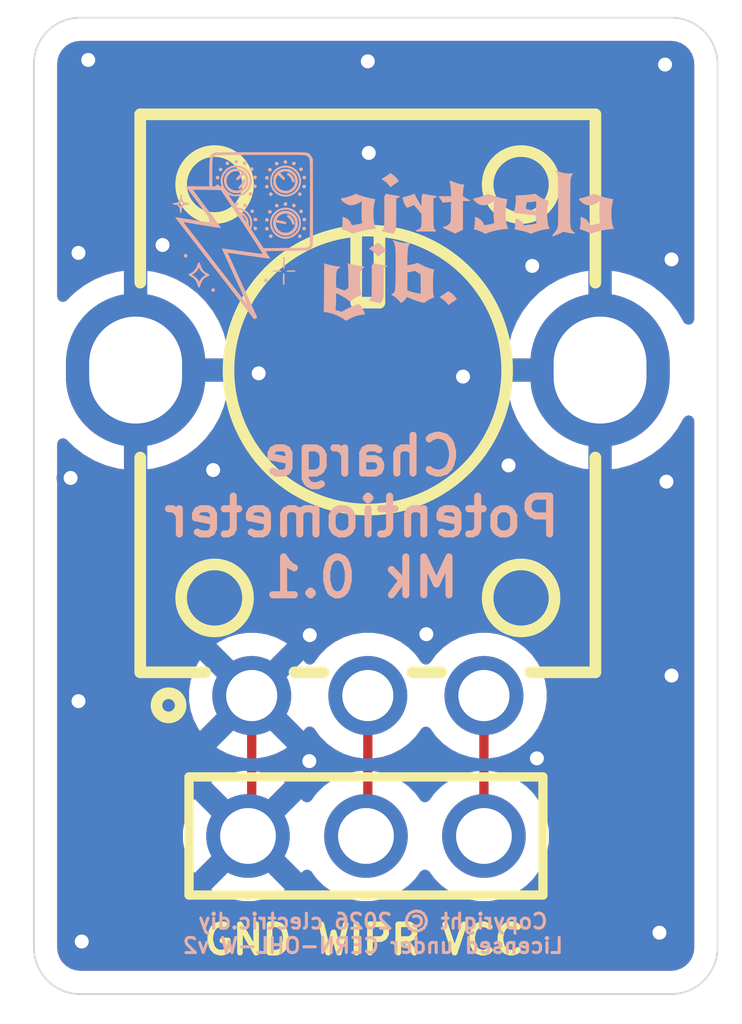
<source format=kicad_pcb>
(kicad_pcb (version 20241229) (generator "pcbnew") (generator_version "9.0")
  (title_block (title "Charge Potentiometer") (date "2026-02-20") (rev "Mk 0.1") (company "clectric.diy") (comment 1 "Copyright © 2026 clectric.diy Licensed under CERN-OHL-W v2") (comment 2 "Charles H. Leggett"))
  (layers (0 "F.Cu" signal "Front") (2 "B.Cu" signal "Back") (13 "F.Paste" user) (15 "B.Paste" user) (5 "F.SilkS" user "F.Silkscreen") (7 "B.SilkS" user "B.Silkscreen") (1 "F.Mask" user) (3 "B.Mask" user) (25 "Edge.Cuts" user))
  (net 0 "")
  (net 1 "VCC+CW")
  (net 2 "WIPER")
  (net 3 "GND+CCW")
  (footprint "clectric-diy:RES-TH_RK09K113004U" (layer "F.Cu") (at 119.42 101.43)
    (property "Reference" "R1" (hide yes))
    (property "Value" "RK09KXXXXXXX" (hide yes))
    (pad "1" thru_hole circle (at -2.5 3.5) (size 1.7 1.7) (drill 1.100023) (layers "*.Cu" "*.Mask") (net 3 "GND+CCW"))
    (pad "2" thru_hole circle (at 0 3.5) (size 1.7 1.7) (drill 1.100023) (layers "*.Cu" "*.Mask") (net 2 "WIPER"))
    (pad "3" thru_hole circle (at 2.5 3.5) (size 1.7 1.7) (drill 1.100023) (layers "*.Cu" "*.Mask") (net 1 "VCC+CW"))
    (pad "4" thru_hole oval (at 5 -3.5) (size 3 3.3) (drill oval 1.999996 2.300021) (layers "*.Cu" "*.Mask") (net 3 "GND+CCW"))
    (pad "5" thru_hole oval (at -5 -3.5) (size 3 3.3) (drill oval 1.999996 2.300021) (layers "*.Cu" "*.Mask") (net 3 "GND+CCW"))
  )
  (footprint "clectric-diy:HDR-TH_3P-P2.54-V-M-1" (layer "F.Cu") (at 119.38 107.95)
    (property "Reference" "J1" (hide yes))
    (property "Value" "Conn_01x03_Pin" (hide yes))
    (pad "1" thru_hole circle (at -2.54 0) (size 1.8 1.8) (drill 1.199998) (layers "*.Cu" "*.Mask") (net 3 "GND+CCW"))
    (pad "2" thru_hole circle (at 0 0) (size 1.8 1.8) (drill 1.199998) (layers "*.Cu" "*.Mask") (net 2 "WIPER"))
    (pad "3" thru_hole circle (at 2.54 0) (size 1.8 1.8) (drill 1.199998) (layers "*.Cu" "*.Mask") (net 1 "VCC+CW"))
  )
  (footprint "LOGO" (layer "B.Cu") (at 120 95 180)
    (property "Reference" "G***" (hide yes))
    (property "Value" "LOGO" (hide yes))
  )
  (gr_arc (start 112.23 91.35) (mid 112.522893 90.642893) (end 113.23 90.35) (stroke (width 0.0381)) (layer "Edge.Cuts"))
  (gr_line (start 125.95 111.35) (end 113.23 111.35) (stroke (width 0.0381)) (layer "Edge.Cuts"))
  (gr_arc (start 126.95 110.35) (mid 126.657107 111.057107) (end 125.95 111.35) (stroke (width 0.0381)) (layer "Edge.Cuts"))
  (gr_line (start 126.95 91.35) (end 126.95 110.35) (stroke (width 0.0381)) (layer "Edge.Cuts"))
  (gr_arc (start 125.95 90.35) (mid 126.657107 90.642893) (end 126.95 91.35) (stroke (width 0.0381)) (layer "Edge.Cuts"))
  (gr_line (start 112.23 110.35) (end 112.23 91.35) (stroke (width 0.0381)) (layer "Edge.Cuts"))
  (gr_arc (start 113.23 111.35) (mid 112.522893 111.057107) (end 112.23 110.35) (stroke (width 0.0381)) (layer "Edge.Cuts"))
  (gr_line (start 113.23 90.35) (end 125.95 90.35) (stroke (width 0.0381)) (layer "Edge.Cuts"))
  (gr_text "VCC" (at 122.85 110.54 0) (layer "F.SilkS") (effects (font (size 0.6096 0.6096) (thickness 0.12192) (bold yes)) (justify right bottom)))
  (gr_text "GND" (at 117.85 110.54 0) (layer "F.SilkS") (effects (font (size 0.6096 0.6096) (thickness 0.12192) (bold yes)) (justify right bottom)))
  (gr_text "WIPR" (at 120.62 110.54 0) (layer "F.SilkS") (effects (font (size 0.6096 0.6096) (thickness 0.12192) (bold yes)) (justify right bottom)))
  (gr_text "Charge\nPotentiometer\nMk 0.1" (at 119.29 102.87 -0) (layer "B.SilkS") (effects (font (size 0.8128 0.8128) (thickness 0.1524) (bold yes)) (justify bottom mirror)))
  (gr_text "Copyright © 2026 clectric.diy\nLicensed under CERN-OHL-W v2" (at 119.53 110.5 0) (layer "B.SilkS") (effects (font (size 0.32512 0.32512) (thickness 0.065024) (bold yes)) (justify bottom mirror)))
  (segment (start 121.92 107.94) (end 121.93 107.95) (width 0.2) (layer "F.Cu") (net 1))
  (segment (start 121.92 104.93) (end 121.92 107.94) (width 0.2) (layer "F.Cu") (net 1))
  (segment (start 119.42 104.93) (end 119.42 107.91) (width 0.2) (layer "F.Cu") (net 2))
  (segment (start 119.42 107.91) (end 119.38 107.95) (width 0.2) (layer "F.Cu") (net 2))
  (segment (start 116.92 104.93) (end 116.92 107.87) (width 0.2) (layer "F.Cu") (net 3))
  (segment (start 116.92 107.87) (end 116.84 107.95) (width 0.2) (layer "F.Cu") (net 3))
  (via (at 115 95.24) (size 0.6) (drill 0.3) (layers "F.Cu" "B.Cu") (net 3))
  (via (at 123.06 106.28) (size 0.6) (drill 0.3) (layers "F.Cu" "B.Cu") (net 3))
  (via (at 118.17 103.63) (size 0.6) (drill 0.3) (layers "F.Cu" "B.Cu") (net 3))
  (via (at 125.96 95.55) (size 0.6) (drill 0.3) (layers "F.Cu" "B.Cu") (net 3))
  (via (at 125.82 91.36) (size 0.6) (drill 0.3) (layers "F.Cu" "B.Cu") (net 3))
  (via (at 125.96 104.5) (size 0.6) (drill 0.3) (layers "F.Cu" "B.Cu") (net 3))
  (via (at 122.45 99.98) (size 0.6) (drill 0.3) (layers "F.Cu" "B.Cu") (net 3))
  (via (at 113.02 100.25) (size 0.6) (drill 0.3) (layers "F.Cu" "B.Cu") (net 3))
  (via (at 120.68 103.61) (size 0.6) (drill 0.3) (layers "F.Cu" "B.Cu") (net 3))
  (via (at 119.44 93.26) (size 0.6) (drill 0.3) (layers "F.Cu" "B.Cu") (net 3))
  (via (at 113.26 110.22) (size 0.6) (drill 0.3) (layers "F.Cu" "B.Cu") (net 3))
  (via (at 125.7 110.03) (size 0.6) (drill 0.3) (layers "F.Cu" "B.Cu") (net 3))
  (via (at 121.47 98.07) (size 0.6) (drill 0.3) (layers "F.Cu" "B.Cu") (net 3))
  (via (at 113.19 95.41) (size 0.6) (drill 0.3) (layers "F.Cu" "B.Cu") (net 3))
  (via (at 125.85 100.33) (size 0.6) (drill 0.3) (layers "F.Cu" "B.Cu") (net 3))
  (via (at 122.96 95.69) (size 0.6) (drill 0.3) (layers "F.Cu" "B.Cu") (net 3))
  (via (at 119.42 91.29) (size 0.6) (drill 0.3) (layers "F.Cu" "B.Cu") (net 3))
  (via (at 116.09 100.08) (size 0.6) (drill 0.3) (layers "F.Cu" "B.Cu") (net 3))
  (via (at 118.16 106.34) (size 0.6) (drill 0.3) (layers "F.Cu" "B.Cu") (net 3))
  (via (at 113.19 105.05) (size 0.6) (drill 0.3) (layers "F.Cu" "B.Cu") (net 3))
  (via (at 113.4 91.26) (size 0.6) (drill 0.3) (layers "F.Cu" "B.Cu") (net 3))
  (via (at 117.07 98) (size 0.6) (drill 0.3) (layers "F.Cu" "B.Cu") (net 3))
  (zone (net 3) (net_name "GND+CCW") (layer "F.Cu") (connect_pads (clearance 0.5)) (min_thickness 0.25) (fill yes (thermal_gap 0.5) (thermal_bridge_width 0.5))
    (polygon (pts (xy 111.5 90) (xy 127.5 90) (xy 127.5 112) (xy 111.5 112)))
  )
  (zone (net 3) (net_name "GND+CCW") (layer "B.Cu") (connect_pads (clearance 0.5)) (min_thickness 0.25) (fill yes (thermal_gap 0.5) (thermal_bridge_width 0.5))
    (polygon (pts (xy 127.5 89.971118) (xy 111.5 89.971118) (xy 111.5 111.971118) (xy 127.5 111.971118)))
  )
)
</source>
